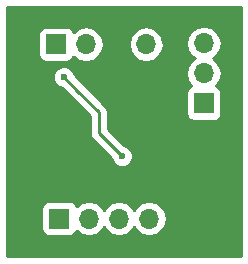
<source format=gbl>
G04 #@! TF.FileFunction,Copper,L2,Bot,Signal*
%FSLAX46Y46*%
G04 Gerber Fmt 4.6, Leading zero omitted, Abs format (unit mm)*
G04 Created by KiCad (PCBNEW 4.0.7) date 2017 December 09, Saturday 06:19:51*
%MOMM*%
%LPD*%
G01*
G04 APERTURE LIST*
%ADD10C,0.100000*%
%ADD11R,1.700000X1.700000*%
%ADD12O,1.700000X1.700000*%
%ADD13C,0.600000*%
%ADD14C,0.250000*%
%ADD15C,0.254000*%
G04 APERTURE END LIST*
D10*
D11*
X135000000Y-108750000D03*
D12*
X137540000Y-108750000D03*
X140080000Y-108750000D03*
X142620000Y-108750000D03*
D11*
X134750000Y-94000000D03*
D12*
X137290000Y-94000000D03*
X139830000Y-94000000D03*
X142370000Y-94000000D03*
D11*
X147250000Y-108750000D03*
D12*
X147250000Y-106210000D03*
X147250000Y-103670000D03*
D11*
X147250000Y-99000000D03*
D12*
X147250000Y-96460000D03*
X147250000Y-93920000D03*
D13*
X140325000Y-103475000D03*
X135400000Y-96775000D03*
D14*
X136542000Y-97917000D02*
X135400000Y-96775000D01*
X140325000Y-103475000D02*
X138350000Y-101500000D01*
X138350000Y-101500000D02*
X138350000Y-99725000D01*
X138350000Y-99725000D02*
X136542000Y-97917000D01*
D15*
G36*
X150420000Y-111939000D02*
X130631000Y-111939000D01*
X130631000Y-107900000D01*
X133502560Y-107900000D01*
X133502560Y-109600000D01*
X133546838Y-109835317D01*
X133685910Y-110051441D01*
X133898110Y-110196431D01*
X134150000Y-110247440D01*
X135850000Y-110247440D01*
X136085317Y-110203162D01*
X136301441Y-110064090D01*
X136446431Y-109851890D01*
X136460086Y-109784459D01*
X136489946Y-109829147D01*
X136971715Y-110151054D01*
X137540000Y-110264093D01*
X138108285Y-110151054D01*
X138590054Y-109829147D01*
X138810000Y-109499974D01*
X139029946Y-109829147D01*
X139511715Y-110151054D01*
X140080000Y-110264093D01*
X140648285Y-110151054D01*
X141130054Y-109829147D01*
X141350000Y-109499974D01*
X141569946Y-109829147D01*
X142051715Y-110151054D01*
X142620000Y-110264093D01*
X143188285Y-110151054D01*
X143670054Y-109829147D01*
X143991961Y-109347378D01*
X144105000Y-108779093D01*
X144105000Y-108720907D01*
X143991961Y-108152622D01*
X143670054Y-107670853D01*
X143188285Y-107348946D01*
X142620000Y-107235907D01*
X142051715Y-107348946D01*
X141569946Y-107670853D01*
X141350000Y-108000026D01*
X141130054Y-107670853D01*
X140648285Y-107348946D01*
X140080000Y-107235907D01*
X139511715Y-107348946D01*
X139029946Y-107670853D01*
X138810000Y-108000026D01*
X138590054Y-107670853D01*
X138108285Y-107348946D01*
X137540000Y-107235907D01*
X136971715Y-107348946D01*
X136489946Y-107670853D01*
X136462150Y-107712452D01*
X136453162Y-107664683D01*
X136314090Y-107448559D01*
X136101890Y-107303569D01*
X135850000Y-107252560D01*
X134150000Y-107252560D01*
X133914683Y-107296838D01*
X133698559Y-107435910D01*
X133553569Y-107648110D01*
X133502560Y-107900000D01*
X130631000Y-107900000D01*
X130631000Y-96960167D01*
X134464838Y-96960167D01*
X134606883Y-97303943D01*
X134869673Y-97567192D01*
X135213201Y-97709838D01*
X135260077Y-97709879D01*
X137590000Y-100039802D01*
X137590000Y-101500000D01*
X137647852Y-101790839D01*
X137812599Y-102037401D01*
X139389878Y-103614680D01*
X139389838Y-103660167D01*
X139531883Y-104003943D01*
X139794673Y-104267192D01*
X140138201Y-104409838D01*
X140510167Y-104410162D01*
X140853943Y-104268117D01*
X141117192Y-104005327D01*
X141259838Y-103661799D01*
X141260162Y-103289833D01*
X141118117Y-102946057D01*
X140855327Y-102682808D01*
X140511799Y-102540162D01*
X140464923Y-102540121D01*
X139110000Y-101185198D01*
X139110000Y-99725000D01*
X139052148Y-99434161D01*
X138887401Y-99187599D01*
X136335122Y-96635320D01*
X136335162Y-96589833D01*
X136193117Y-96246057D01*
X135930327Y-95982808D01*
X135586799Y-95840162D01*
X135214833Y-95839838D01*
X134871057Y-95981883D01*
X134607808Y-96244673D01*
X134465162Y-96588201D01*
X134464838Y-96960167D01*
X130631000Y-96960167D01*
X130631000Y-93150000D01*
X133252560Y-93150000D01*
X133252560Y-94850000D01*
X133296838Y-95085317D01*
X133435910Y-95301441D01*
X133648110Y-95446431D01*
X133900000Y-95497440D01*
X135600000Y-95497440D01*
X135835317Y-95453162D01*
X136051441Y-95314090D01*
X136196431Y-95101890D01*
X136210086Y-95034459D01*
X136239946Y-95079147D01*
X136721715Y-95401054D01*
X137290000Y-95514093D01*
X137858285Y-95401054D01*
X138340054Y-95079147D01*
X138661961Y-94597378D01*
X138775000Y-94029093D01*
X138775000Y-93970907D01*
X140885000Y-93970907D01*
X140885000Y-94029093D01*
X140998039Y-94597378D01*
X141319946Y-95079147D01*
X141801715Y-95401054D01*
X142370000Y-95514093D01*
X142938285Y-95401054D01*
X143420054Y-95079147D01*
X143741961Y-94597378D01*
X143855000Y-94029093D01*
X143855000Y-93970907D01*
X143844874Y-93920000D01*
X145735907Y-93920000D01*
X145848946Y-94488285D01*
X146170853Y-94970054D01*
X146500026Y-95190000D01*
X146170853Y-95409946D01*
X145848946Y-95891715D01*
X145735907Y-96460000D01*
X145848946Y-97028285D01*
X146170853Y-97510054D01*
X146212452Y-97537850D01*
X146164683Y-97546838D01*
X145948559Y-97685910D01*
X145803569Y-97898110D01*
X145752560Y-98150000D01*
X145752560Y-99850000D01*
X145796838Y-100085317D01*
X145935910Y-100301441D01*
X146148110Y-100446431D01*
X146400000Y-100497440D01*
X148100000Y-100497440D01*
X148335317Y-100453162D01*
X148551441Y-100314090D01*
X148696431Y-100101890D01*
X148747440Y-99850000D01*
X148747440Y-98150000D01*
X148703162Y-97914683D01*
X148564090Y-97698559D01*
X148351890Y-97553569D01*
X148284459Y-97539914D01*
X148329147Y-97510054D01*
X148651054Y-97028285D01*
X148764093Y-96460000D01*
X148651054Y-95891715D01*
X148329147Y-95409946D01*
X147999974Y-95190000D01*
X148329147Y-94970054D01*
X148651054Y-94488285D01*
X148764093Y-93920000D01*
X148651054Y-93351715D01*
X148329147Y-92869946D01*
X147847378Y-92548039D01*
X147279093Y-92435000D01*
X147220907Y-92435000D01*
X146652622Y-92548039D01*
X146170853Y-92869946D01*
X145848946Y-93351715D01*
X145735907Y-93920000D01*
X143844874Y-93920000D01*
X143741961Y-93402622D01*
X143420054Y-92920853D01*
X142938285Y-92598946D01*
X142370000Y-92485907D01*
X141801715Y-92598946D01*
X141319946Y-92920853D01*
X140998039Y-93402622D01*
X140885000Y-93970907D01*
X138775000Y-93970907D01*
X138661961Y-93402622D01*
X138340054Y-92920853D01*
X137858285Y-92598946D01*
X137290000Y-92485907D01*
X136721715Y-92598946D01*
X136239946Y-92920853D01*
X136212150Y-92962452D01*
X136203162Y-92914683D01*
X136064090Y-92698559D01*
X135851890Y-92553569D01*
X135600000Y-92502560D01*
X133900000Y-92502560D01*
X133664683Y-92546838D01*
X133448559Y-92685910D01*
X133303569Y-92898110D01*
X133252560Y-93150000D01*
X130631000Y-93150000D01*
X130631000Y-90880000D01*
X150420000Y-90880000D01*
X150420000Y-111939000D01*
X150420000Y-111939000D01*
G37*
X150420000Y-111939000D02*
X130631000Y-111939000D01*
X130631000Y-107900000D01*
X133502560Y-107900000D01*
X133502560Y-109600000D01*
X133546838Y-109835317D01*
X133685910Y-110051441D01*
X133898110Y-110196431D01*
X134150000Y-110247440D01*
X135850000Y-110247440D01*
X136085317Y-110203162D01*
X136301441Y-110064090D01*
X136446431Y-109851890D01*
X136460086Y-109784459D01*
X136489946Y-109829147D01*
X136971715Y-110151054D01*
X137540000Y-110264093D01*
X138108285Y-110151054D01*
X138590054Y-109829147D01*
X138810000Y-109499974D01*
X139029946Y-109829147D01*
X139511715Y-110151054D01*
X140080000Y-110264093D01*
X140648285Y-110151054D01*
X141130054Y-109829147D01*
X141350000Y-109499974D01*
X141569946Y-109829147D01*
X142051715Y-110151054D01*
X142620000Y-110264093D01*
X143188285Y-110151054D01*
X143670054Y-109829147D01*
X143991961Y-109347378D01*
X144105000Y-108779093D01*
X144105000Y-108720907D01*
X143991961Y-108152622D01*
X143670054Y-107670853D01*
X143188285Y-107348946D01*
X142620000Y-107235907D01*
X142051715Y-107348946D01*
X141569946Y-107670853D01*
X141350000Y-108000026D01*
X141130054Y-107670853D01*
X140648285Y-107348946D01*
X140080000Y-107235907D01*
X139511715Y-107348946D01*
X139029946Y-107670853D01*
X138810000Y-108000026D01*
X138590054Y-107670853D01*
X138108285Y-107348946D01*
X137540000Y-107235907D01*
X136971715Y-107348946D01*
X136489946Y-107670853D01*
X136462150Y-107712452D01*
X136453162Y-107664683D01*
X136314090Y-107448559D01*
X136101890Y-107303569D01*
X135850000Y-107252560D01*
X134150000Y-107252560D01*
X133914683Y-107296838D01*
X133698559Y-107435910D01*
X133553569Y-107648110D01*
X133502560Y-107900000D01*
X130631000Y-107900000D01*
X130631000Y-96960167D01*
X134464838Y-96960167D01*
X134606883Y-97303943D01*
X134869673Y-97567192D01*
X135213201Y-97709838D01*
X135260077Y-97709879D01*
X137590000Y-100039802D01*
X137590000Y-101500000D01*
X137647852Y-101790839D01*
X137812599Y-102037401D01*
X139389878Y-103614680D01*
X139389838Y-103660167D01*
X139531883Y-104003943D01*
X139794673Y-104267192D01*
X140138201Y-104409838D01*
X140510167Y-104410162D01*
X140853943Y-104268117D01*
X141117192Y-104005327D01*
X141259838Y-103661799D01*
X141260162Y-103289833D01*
X141118117Y-102946057D01*
X140855327Y-102682808D01*
X140511799Y-102540162D01*
X140464923Y-102540121D01*
X139110000Y-101185198D01*
X139110000Y-99725000D01*
X139052148Y-99434161D01*
X138887401Y-99187599D01*
X136335122Y-96635320D01*
X136335162Y-96589833D01*
X136193117Y-96246057D01*
X135930327Y-95982808D01*
X135586799Y-95840162D01*
X135214833Y-95839838D01*
X134871057Y-95981883D01*
X134607808Y-96244673D01*
X134465162Y-96588201D01*
X134464838Y-96960167D01*
X130631000Y-96960167D01*
X130631000Y-93150000D01*
X133252560Y-93150000D01*
X133252560Y-94850000D01*
X133296838Y-95085317D01*
X133435910Y-95301441D01*
X133648110Y-95446431D01*
X133900000Y-95497440D01*
X135600000Y-95497440D01*
X135835317Y-95453162D01*
X136051441Y-95314090D01*
X136196431Y-95101890D01*
X136210086Y-95034459D01*
X136239946Y-95079147D01*
X136721715Y-95401054D01*
X137290000Y-95514093D01*
X137858285Y-95401054D01*
X138340054Y-95079147D01*
X138661961Y-94597378D01*
X138775000Y-94029093D01*
X138775000Y-93970907D01*
X140885000Y-93970907D01*
X140885000Y-94029093D01*
X140998039Y-94597378D01*
X141319946Y-95079147D01*
X141801715Y-95401054D01*
X142370000Y-95514093D01*
X142938285Y-95401054D01*
X143420054Y-95079147D01*
X143741961Y-94597378D01*
X143855000Y-94029093D01*
X143855000Y-93970907D01*
X143844874Y-93920000D01*
X145735907Y-93920000D01*
X145848946Y-94488285D01*
X146170853Y-94970054D01*
X146500026Y-95190000D01*
X146170853Y-95409946D01*
X145848946Y-95891715D01*
X145735907Y-96460000D01*
X145848946Y-97028285D01*
X146170853Y-97510054D01*
X146212452Y-97537850D01*
X146164683Y-97546838D01*
X145948559Y-97685910D01*
X145803569Y-97898110D01*
X145752560Y-98150000D01*
X145752560Y-99850000D01*
X145796838Y-100085317D01*
X145935910Y-100301441D01*
X146148110Y-100446431D01*
X146400000Y-100497440D01*
X148100000Y-100497440D01*
X148335317Y-100453162D01*
X148551441Y-100314090D01*
X148696431Y-100101890D01*
X148747440Y-99850000D01*
X148747440Y-98150000D01*
X148703162Y-97914683D01*
X148564090Y-97698559D01*
X148351890Y-97553569D01*
X148284459Y-97539914D01*
X148329147Y-97510054D01*
X148651054Y-97028285D01*
X148764093Y-96460000D01*
X148651054Y-95891715D01*
X148329147Y-95409946D01*
X147999974Y-95190000D01*
X148329147Y-94970054D01*
X148651054Y-94488285D01*
X148764093Y-93920000D01*
X148651054Y-93351715D01*
X148329147Y-92869946D01*
X147847378Y-92548039D01*
X147279093Y-92435000D01*
X147220907Y-92435000D01*
X146652622Y-92548039D01*
X146170853Y-92869946D01*
X145848946Y-93351715D01*
X145735907Y-93920000D01*
X143844874Y-93920000D01*
X143741961Y-93402622D01*
X143420054Y-92920853D01*
X142938285Y-92598946D01*
X142370000Y-92485907D01*
X141801715Y-92598946D01*
X141319946Y-92920853D01*
X140998039Y-93402622D01*
X140885000Y-93970907D01*
X138775000Y-93970907D01*
X138661961Y-93402622D01*
X138340054Y-92920853D01*
X137858285Y-92598946D01*
X137290000Y-92485907D01*
X136721715Y-92598946D01*
X136239946Y-92920853D01*
X136212150Y-92962452D01*
X136203162Y-92914683D01*
X136064090Y-92698559D01*
X135851890Y-92553569D01*
X135600000Y-92502560D01*
X133900000Y-92502560D01*
X133664683Y-92546838D01*
X133448559Y-92685910D01*
X133303569Y-92898110D01*
X133252560Y-93150000D01*
X130631000Y-93150000D01*
X130631000Y-90880000D01*
X150420000Y-90880000D01*
X150420000Y-111939000D01*
M02*

</source>
